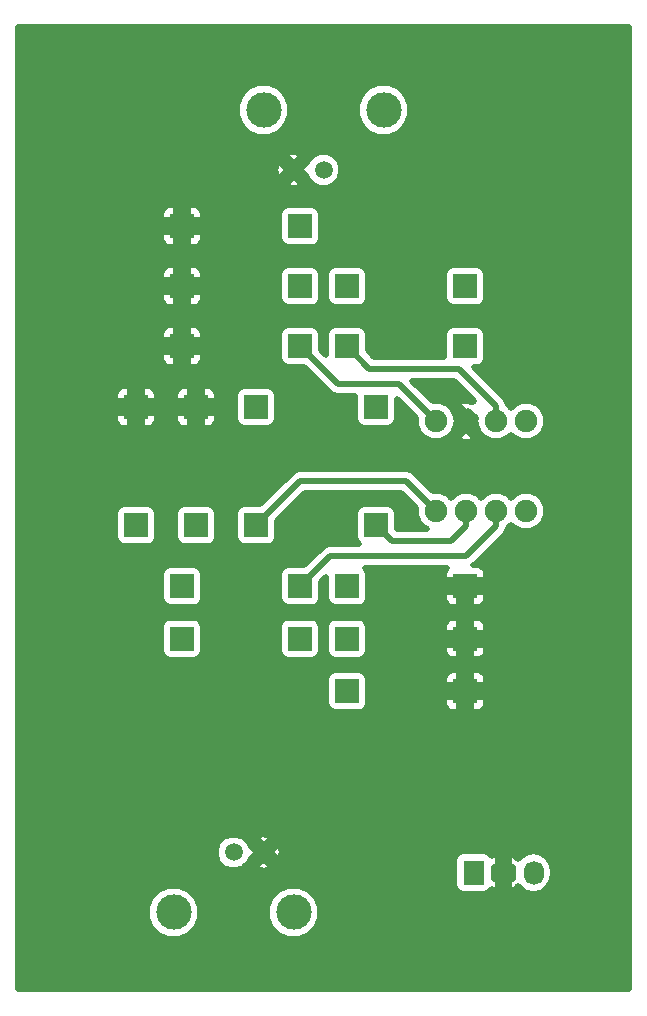
<source format=gbr>
G04 #@! TF.FileFunction,Copper,L2,Bot,Signal*
%FSLAX46Y46*%
G04 Gerber Fmt 4.6, Leading zero omitted, Abs format (unit mm)*
G04 Created by KiCad (PCBNEW 4.0.5) date Monday, July 31, 2017 'PMt' 03:21:26 PM*
%MOMM*%
%LPD*%
G01*
G04 APERTURE LIST*
%ADD10C,0.150000*%
%ADD11R,1.998980X1.998980*%
%ADD12R,1.727200X2.032000*%
%ADD13O,1.727200X2.032000*%
%ADD14C,1.905000*%
%ADD15C,3.000000*%
%ADD16C,1.500000*%
%ADD17C,0.600000*%
%ADD18C,0.508000*%
G04 APERTURE END LIST*
D10*
D11*
X137795000Y-88343740D03*
X137795000Y-98346260D03*
X160576260Y-103505000D03*
X150573740Y-103505000D03*
X160576260Y-107950000D03*
X150573740Y-107950000D03*
X160576260Y-112395000D03*
X150573740Y-112395000D03*
X136603740Y-83185000D03*
X146606260Y-83185000D03*
X136603740Y-78105000D03*
X146606260Y-78105000D03*
X136603740Y-73025000D03*
X146606260Y-73025000D03*
X160576260Y-78105000D03*
X150573740Y-78105000D03*
X146606260Y-107950000D03*
X136603740Y-107950000D03*
D12*
X161290000Y-127762000D03*
D13*
X163830000Y-127762000D03*
X166370000Y-127762000D03*
D11*
X153035000Y-98346260D03*
X153035000Y-88343740D03*
X142875000Y-98346260D03*
X142875000Y-88343740D03*
X132715000Y-98346260D03*
X132715000Y-88343740D03*
X160576260Y-83185000D03*
X150573740Y-83185000D03*
X146606260Y-103505000D03*
X136603740Y-103505000D03*
D14*
X165735000Y-89535000D03*
X163195000Y-89535000D03*
X160655000Y-89535000D03*
X158115000Y-89535000D03*
X158115000Y-97155000D03*
X160655000Y-97155000D03*
X163195000Y-97155000D03*
X165735000Y-97155000D03*
D15*
X143510000Y-63180000D03*
X153670000Y-63180000D03*
D16*
X148590000Y-68260000D03*
X146050000Y-68260000D03*
D15*
X146050000Y-131130000D03*
X135890000Y-131130000D03*
D16*
X140970000Y-126050000D03*
X143510000Y-126050000D03*
D17*
X147447000Y-88519000D03*
X147447000Y-85979000D03*
X147447000Y-87249000D03*
D18*
X149781260Y-86360000D02*
X146606260Y-83185000D01*
X158115000Y-89535000D02*
X154940000Y-86360000D01*
X154940000Y-86360000D02*
X149781260Y-86360000D01*
X158115000Y-97155000D02*
X155575000Y-94615000D01*
X155575000Y-94615000D02*
X146606260Y-94615000D01*
X146606260Y-94615000D02*
X142875000Y-98346260D01*
X163195000Y-89535000D02*
X163195000Y-88265000D01*
X152478740Y-85090000D02*
X150573740Y-83185000D01*
X160020000Y-85090000D02*
X152478740Y-85090000D01*
X163195000Y-88265000D02*
X160020000Y-85090000D01*
X163195000Y-97155000D02*
X163195000Y-98425000D01*
X149146260Y-100965000D02*
X146606260Y-103505000D01*
X160655000Y-100965000D02*
X149146260Y-100965000D01*
X163195000Y-98425000D02*
X160655000Y-100965000D01*
X160655000Y-97155000D02*
X160655000Y-98425000D01*
X154383740Y-99695000D02*
X153035000Y-98346260D01*
X159385000Y-99695000D02*
X154383740Y-99695000D01*
X160655000Y-98425000D02*
X159385000Y-99695000D01*
G36*
X174423000Y-137593000D02*
X122757000Y-137593000D01*
X122757000Y-131577966D01*
X133627608Y-131577966D01*
X133971252Y-132409646D01*
X134607007Y-133046512D01*
X135438086Y-133391606D01*
X136337966Y-133392392D01*
X137169646Y-133048748D01*
X137806512Y-132412993D01*
X138151606Y-131581914D01*
X138151609Y-131577966D01*
X143787608Y-131577966D01*
X144131252Y-132409646D01*
X144767007Y-133046512D01*
X145598086Y-133391606D01*
X146497966Y-133392392D01*
X147329646Y-133048748D01*
X147966512Y-132412993D01*
X148311606Y-131581914D01*
X148312392Y-130682034D01*
X147968748Y-129850354D01*
X147332993Y-129213488D01*
X146501914Y-128868394D01*
X145602034Y-128867608D01*
X144770354Y-129211252D01*
X144133488Y-129847007D01*
X143788394Y-130678086D01*
X143787608Y-131577966D01*
X138151609Y-131577966D01*
X138152392Y-130682034D01*
X137808748Y-129850354D01*
X137172993Y-129213488D01*
X136341914Y-128868394D01*
X135442034Y-128867608D01*
X134610354Y-129211252D01*
X133973488Y-129847007D01*
X133628394Y-130678086D01*
X133627608Y-131577966D01*
X122757000Y-131577966D01*
X122757000Y-126349436D01*
X139457738Y-126349436D01*
X139687441Y-126905360D01*
X140112402Y-127331064D01*
X140667925Y-127561737D01*
X141269436Y-127562262D01*
X141825360Y-127332559D01*
X141925076Y-127233017D01*
X142857313Y-127233017D01*
X142934456Y-127480156D01*
X143525564Y-127591543D01*
X144085544Y-127480156D01*
X144162687Y-127233017D01*
X143675670Y-126746000D01*
X159649472Y-126746000D01*
X159649472Y-128778000D01*
X159702605Y-129060380D01*
X159869492Y-129319729D01*
X160124131Y-129493717D01*
X160426400Y-129554928D01*
X162153600Y-129554928D01*
X162435980Y-129501795D01*
X162695329Y-129334908D01*
X162824234Y-129146251D01*
X163158352Y-129394760D01*
X163398200Y-129282998D01*
X163398200Y-128270000D01*
X163064000Y-128270000D01*
X163064000Y-127254000D01*
X163398200Y-127254000D01*
X163398200Y-126241002D01*
X164261800Y-126241002D01*
X164261800Y-127254000D01*
X164596000Y-127254000D01*
X164596000Y-128270000D01*
X164261800Y-128270000D01*
X164261800Y-129282998D01*
X164501648Y-129394760D01*
X164982060Y-129037441D01*
X165079455Y-128887576D01*
X165220527Y-129098706D01*
X165747910Y-129451092D01*
X166370000Y-129574833D01*
X166992090Y-129451092D01*
X167519473Y-129098706D01*
X167871859Y-128571323D01*
X167995600Y-127949233D01*
X167995600Y-127574767D01*
X167871859Y-126952677D01*
X167519473Y-126425294D01*
X166992090Y-126072908D01*
X166370000Y-125949167D01*
X165747910Y-126072908D01*
X165220527Y-126425294D01*
X165079455Y-126636424D01*
X164982060Y-126486559D01*
X164501648Y-126129240D01*
X164261800Y-126241002D01*
X163398200Y-126241002D01*
X163158352Y-126129240D01*
X162822817Y-126378803D01*
X162710508Y-126204271D01*
X162455869Y-126030283D01*
X162153600Y-125969072D01*
X160426400Y-125969072D01*
X160144020Y-126022205D01*
X159884671Y-126189092D01*
X159710683Y-126443731D01*
X159649472Y-126746000D01*
X143675670Y-126746000D01*
X143510000Y-126580330D01*
X142857313Y-127233017D01*
X141925076Y-127233017D01*
X142251064Y-126907598D01*
X142342660Y-126687010D01*
X142979670Y-126050000D01*
X144040330Y-126050000D01*
X144693017Y-126702687D01*
X144940156Y-126625544D01*
X145051543Y-126034436D01*
X144940156Y-125474456D01*
X144693017Y-125397313D01*
X144040330Y-126050000D01*
X142979670Y-126050000D01*
X142342863Y-125413193D01*
X142252559Y-125194640D01*
X141925474Y-124866983D01*
X142857313Y-124866983D01*
X143510000Y-125519670D01*
X144162687Y-124866983D01*
X144085544Y-124619844D01*
X143494436Y-124508457D01*
X142934456Y-124619844D01*
X142857313Y-124866983D01*
X141925474Y-124866983D01*
X141827598Y-124768936D01*
X141272075Y-124538263D01*
X140670564Y-124537738D01*
X140114640Y-124767441D01*
X139688936Y-125192402D01*
X139458263Y-125747925D01*
X139457738Y-126349436D01*
X122757000Y-126349436D01*
X122757000Y-111395510D01*
X148797322Y-111395510D01*
X148797322Y-113394490D01*
X148850455Y-113676870D01*
X149017342Y-113936219D01*
X149271981Y-114110207D01*
X149574250Y-114171418D01*
X151573230Y-114171418D01*
X151855610Y-114118285D01*
X152114959Y-113951398D01*
X152288947Y-113696759D01*
X152350158Y-113394490D01*
X152350158Y-113085245D01*
X158814770Y-113085245D01*
X158814770Y-113546061D01*
X158930778Y-113826128D01*
X159145132Y-114040482D01*
X159425199Y-114156490D01*
X159886015Y-114156490D01*
X160076515Y-113965990D01*
X160076515Y-112894745D01*
X161076005Y-112894745D01*
X161076005Y-113965990D01*
X161266505Y-114156490D01*
X161727321Y-114156490D01*
X162007388Y-114040482D01*
X162221742Y-113826128D01*
X162337750Y-113546061D01*
X162337750Y-113085245D01*
X162147250Y-112894745D01*
X161076005Y-112894745D01*
X160076515Y-112894745D01*
X159005270Y-112894745D01*
X158814770Y-113085245D01*
X152350158Y-113085245D01*
X152350158Y-111395510D01*
X152321639Y-111243939D01*
X158814770Y-111243939D01*
X158814770Y-111704755D01*
X159005270Y-111895255D01*
X160076515Y-111895255D01*
X160076515Y-110824010D01*
X161076005Y-110824010D01*
X161076005Y-111895255D01*
X162147250Y-111895255D01*
X162337750Y-111704755D01*
X162337750Y-111243939D01*
X162221742Y-110963872D01*
X162007388Y-110749518D01*
X161727321Y-110633510D01*
X161266505Y-110633510D01*
X161076005Y-110824010D01*
X160076515Y-110824010D01*
X159886015Y-110633510D01*
X159425199Y-110633510D01*
X159145132Y-110749518D01*
X158930778Y-110963872D01*
X158814770Y-111243939D01*
X152321639Y-111243939D01*
X152297025Y-111113130D01*
X152130138Y-110853781D01*
X151875499Y-110679793D01*
X151573230Y-110618582D01*
X149574250Y-110618582D01*
X149291870Y-110671715D01*
X149032521Y-110838602D01*
X148858533Y-111093241D01*
X148797322Y-111395510D01*
X122757000Y-111395510D01*
X122757000Y-106950510D01*
X134827322Y-106950510D01*
X134827322Y-108949490D01*
X134880455Y-109231870D01*
X135047342Y-109491219D01*
X135301981Y-109665207D01*
X135604250Y-109726418D01*
X137603230Y-109726418D01*
X137885610Y-109673285D01*
X138144959Y-109506398D01*
X138318947Y-109251759D01*
X138380158Y-108949490D01*
X138380158Y-106950510D01*
X144829842Y-106950510D01*
X144829842Y-108949490D01*
X144882975Y-109231870D01*
X145049862Y-109491219D01*
X145304501Y-109665207D01*
X145606770Y-109726418D01*
X147605750Y-109726418D01*
X147888130Y-109673285D01*
X148147479Y-109506398D01*
X148321467Y-109251759D01*
X148382678Y-108949490D01*
X148382678Y-106950510D01*
X148797322Y-106950510D01*
X148797322Y-108949490D01*
X148850455Y-109231870D01*
X149017342Y-109491219D01*
X149271981Y-109665207D01*
X149574250Y-109726418D01*
X151573230Y-109726418D01*
X151855610Y-109673285D01*
X152114959Y-109506398D01*
X152288947Y-109251759D01*
X152350158Y-108949490D01*
X152350158Y-108640245D01*
X158814770Y-108640245D01*
X158814770Y-109101061D01*
X158930778Y-109381128D01*
X159145132Y-109595482D01*
X159425199Y-109711490D01*
X159886015Y-109711490D01*
X160076515Y-109520990D01*
X160076515Y-108449745D01*
X161076005Y-108449745D01*
X161076005Y-109520990D01*
X161266505Y-109711490D01*
X161727321Y-109711490D01*
X162007388Y-109595482D01*
X162221742Y-109381128D01*
X162337750Y-109101061D01*
X162337750Y-108640245D01*
X162147250Y-108449745D01*
X161076005Y-108449745D01*
X160076515Y-108449745D01*
X159005270Y-108449745D01*
X158814770Y-108640245D01*
X152350158Y-108640245D01*
X152350158Y-106950510D01*
X152321639Y-106798939D01*
X158814770Y-106798939D01*
X158814770Y-107259755D01*
X159005270Y-107450255D01*
X160076515Y-107450255D01*
X160076515Y-106379010D01*
X161076005Y-106379010D01*
X161076005Y-107450255D01*
X162147250Y-107450255D01*
X162337750Y-107259755D01*
X162337750Y-106798939D01*
X162221742Y-106518872D01*
X162007388Y-106304518D01*
X161727321Y-106188510D01*
X161266505Y-106188510D01*
X161076005Y-106379010D01*
X160076515Y-106379010D01*
X159886015Y-106188510D01*
X159425199Y-106188510D01*
X159145132Y-106304518D01*
X158930778Y-106518872D01*
X158814770Y-106798939D01*
X152321639Y-106798939D01*
X152297025Y-106668130D01*
X152130138Y-106408781D01*
X151875499Y-106234793D01*
X151573230Y-106173582D01*
X149574250Y-106173582D01*
X149291870Y-106226715D01*
X149032521Y-106393602D01*
X148858533Y-106648241D01*
X148797322Y-106950510D01*
X148382678Y-106950510D01*
X148329545Y-106668130D01*
X148162658Y-106408781D01*
X147908019Y-106234793D01*
X147605750Y-106173582D01*
X145606770Y-106173582D01*
X145324390Y-106226715D01*
X145065041Y-106393602D01*
X144891053Y-106648241D01*
X144829842Y-106950510D01*
X138380158Y-106950510D01*
X138327025Y-106668130D01*
X138160138Y-106408781D01*
X137905499Y-106234793D01*
X137603230Y-106173582D01*
X135604250Y-106173582D01*
X135321870Y-106226715D01*
X135062521Y-106393602D01*
X134888533Y-106648241D01*
X134827322Y-106950510D01*
X122757000Y-106950510D01*
X122757000Y-102505510D01*
X134827322Y-102505510D01*
X134827322Y-104504490D01*
X134880455Y-104786870D01*
X135047342Y-105046219D01*
X135301981Y-105220207D01*
X135604250Y-105281418D01*
X137603230Y-105281418D01*
X137885610Y-105228285D01*
X138144959Y-105061398D01*
X138318947Y-104806759D01*
X138380158Y-104504490D01*
X138380158Y-102505510D01*
X138327025Y-102223130D01*
X138160138Y-101963781D01*
X137905499Y-101789793D01*
X137603230Y-101728582D01*
X135604250Y-101728582D01*
X135321870Y-101781715D01*
X135062521Y-101948602D01*
X134888533Y-102203241D01*
X134827322Y-102505510D01*
X122757000Y-102505510D01*
X122757000Y-97346770D01*
X130938582Y-97346770D01*
X130938582Y-99345750D01*
X130991715Y-99628130D01*
X131158602Y-99887479D01*
X131413241Y-100061467D01*
X131715510Y-100122678D01*
X133714490Y-100122678D01*
X133996870Y-100069545D01*
X134256219Y-99902658D01*
X134430207Y-99648019D01*
X134491418Y-99345750D01*
X134491418Y-97346770D01*
X136018582Y-97346770D01*
X136018582Y-99345750D01*
X136071715Y-99628130D01*
X136238602Y-99887479D01*
X136493241Y-100061467D01*
X136795510Y-100122678D01*
X138794490Y-100122678D01*
X139076870Y-100069545D01*
X139336219Y-99902658D01*
X139510207Y-99648019D01*
X139571418Y-99345750D01*
X139571418Y-97346770D01*
X141098582Y-97346770D01*
X141098582Y-99345750D01*
X141151715Y-99628130D01*
X141318602Y-99887479D01*
X141573241Y-100061467D01*
X141875510Y-100122678D01*
X143874490Y-100122678D01*
X144156870Y-100069545D01*
X144416219Y-99902658D01*
X144590207Y-99648019D01*
X144651418Y-99345750D01*
X144651418Y-98006682D01*
X147027101Y-95631000D01*
X155154160Y-95631000D01*
X156400741Y-96877582D01*
X156400203Y-97494539D01*
X156660670Y-98124917D01*
X157142546Y-98607635D01*
X157314412Y-98679000D01*
X154811418Y-98679000D01*
X154811418Y-97346770D01*
X154758285Y-97064390D01*
X154591398Y-96805041D01*
X154336759Y-96631053D01*
X154034490Y-96569842D01*
X152035510Y-96569842D01*
X151753130Y-96622975D01*
X151493781Y-96789862D01*
X151319793Y-97044501D01*
X151258582Y-97346770D01*
X151258582Y-99345750D01*
X151311715Y-99628130D01*
X151478602Y-99887479D01*
X151568641Y-99949000D01*
X149146260Y-99949000D01*
X148757454Y-100026338D01*
X148671446Y-100083807D01*
X148427839Y-100246580D01*
X146945838Y-101728582D01*
X145606770Y-101728582D01*
X145324390Y-101781715D01*
X145065041Y-101948602D01*
X144891053Y-102203241D01*
X144829842Y-102505510D01*
X144829842Y-104504490D01*
X144882975Y-104786870D01*
X145049862Y-105046219D01*
X145304501Y-105220207D01*
X145606770Y-105281418D01*
X147605750Y-105281418D01*
X147888130Y-105228285D01*
X148147479Y-105061398D01*
X148321467Y-104806759D01*
X148382678Y-104504490D01*
X148382678Y-103165422D01*
X148797322Y-102750779D01*
X148797322Y-104504490D01*
X148850455Y-104786870D01*
X149017342Y-105046219D01*
X149271981Y-105220207D01*
X149574250Y-105281418D01*
X151573230Y-105281418D01*
X151855610Y-105228285D01*
X152114959Y-105061398D01*
X152288947Y-104806759D01*
X152350158Y-104504490D01*
X152350158Y-104195245D01*
X158814770Y-104195245D01*
X158814770Y-104656061D01*
X158930778Y-104936128D01*
X159145132Y-105150482D01*
X159425199Y-105266490D01*
X159886015Y-105266490D01*
X160076515Y-105075990D01*
X160076515Y-104004745D01*
X161076005Y-104004745D01*
X161076005Y-105075990D01*
X161266505Y-105266490D01*
X161727321Y-105266490D01*
X162007388Y-105150482D01*
X162221742Y-104936128D01*
X162337750Y-104656061D01*
X162337750Y-104195245D01*
X162147250Y-104004745D01*
X161076005Y-104004745D01*
X160076515Y-104004745D01*
X159005270Y-104004745D01*
X158814770Y-104195245D01*
X152350158Y-104195245D01*
X152350158Y-102505510D01*
X152297025Y-102223130D01*
X152141218Y-101981000D01*
X159023650Y-101981000D01*
X158930778Y-102073872D01*
X158814770Y-102353939D01*
X158814770Y-102814755D01*
X159005270Y-103005255D01*
X160076515Y-103005255D01*
X160076515Y-102739000D01*
X161076005Y-102739000D01*
X161076005Y-103005255D01*
X162147250Y-103005255D01*
X162337750Y-102814755D01*
X162337750Y-102353939D01*
X162221742Y-102073872D01*
X162007388Y-101859518D01*
X161727321Y-101743510D01*
X161283490Y-101743510D01*
X161373420Y-101683420D01*
X163913420Y-99143421D01*
X164133661Y-98813807D01*
X164133662Y-98813806D01*
X164176668Y-98597600D01*
X164465101Y-98309670D01*
X164762546Y-98607635D01*
X165392469Y-98869202D01*
X166074539Y-98869797D01*
X166704917Y-98609330D01*
X167187635Y-98127454D01*
X167449202Y-97497531D01*
X167449797Y-96815461D01*
X167189330Y-96185083D01*
X166707454Y-95702365D01*
X166077531Y-95440798D01*
X165395461Y-95440203D01*
X164765083Y-95700670D01*
X164464899Y-96000330D01*
X164167454Y-95702365D01*
X163537531Y-95440798D01*
X162855461Y-95440203D01*
X162225083Y-95700670D01*
X161924899Y-96000330D01*
X161627454Y-95702365D01*
X160997531Y-95440798D01*
X160315461Y-95440203D01*
X159685083Y-95700670D01*
X159384899Y-96000330D01*
X159087454Y-95702365D01*
X158457531Y-95440798D01*
X157837097Y-95440257D01*
X156293420Y-93896580D01*
X155963807Y-93676338D01*
X155899300Y-93663507D01*
X155575000Y-93599000D01*
X146606260Y-93599000D01*
X146217454Y-93676338D01*
X146217452Y-93676339D01*
X146217453Y-93676339D01*
X145887839Y-93896580D01*
X143214578Y-96569842D01*
X141875510Y-96569842D01*
X141593130Y-96622975D01*
X141333781Y-96789862D01*
X141159793Y-97044501D01*
X141098582Y-97346770D01*
X139571418Y-97346770D01*
X139518285Y-97064390D01*
X139351398Y-96805041D01*
X139096759Y-96631053D01*
X138794490Y-96569842D01*
X136795510Y-96569842D01*
X136513130Y-96622975D01*
X136253781Y-96789862D01*
X136079793Y-97044501D01*
X136018582Y-97346770D01*
X134491418Y-97346770D01*
X134438285Y-97064390D01*
X134271398Y-96805041D01*
X134016759Y-96631053D01*
X133714490Y-96569842D01*
X131715510Y-96569842D01*
X131433130Y-96622975D01*
X131173781Y-96789862D01*
X130999793Y-97044501D01*
X130938582Y-97346770D01*
X122757000Y-97346770D01*
X122757000Y-89033985D01*
X130953510Y-89033985D01*
X130953510Y-89494801D01*
X131069518Y-89774868D01*
X131283872Y-89989222D01*
X131563939Y-90105230D01*
X132024755Y-90105230D01*
X132215255Y-89914730D01*
X132215255Y-88843485D01*
X133214745Y-88843485D01*
X133214745Y-89914730D01*
X133405245Y-90105230D01*
X133866061Y-90105230D01*
X134146128Y-89989222D01*
X134360482Y-89774868D01*
X134476490Y-89494801D01*
X134476490Y-89033985D01*
X136033510Y-89033985D01*
X136033510Y-89494801D01*
X136149518Y-89774868D01*
X136363872Y-89989222D01*
X136643939Y-90105230D01*
X137104755Y-90105230D01*
X137295255Y-89914730D01*
X137295255Y-88843485D01*
X138294745Y-88843485D01*
X138294745Y-89914730D01*
X138485245Y-90105230D01*
X138946061Y-90105230D01*
X139226128Y-89989222D01*
X139440482Y-89774868D01*
X139556490Y-89494801D01*
X139556490Y-89033985D01*
X139365990Y-88843485D01*
X138294745Y-88843485D01*
X137295255Y-88843485D01*
X136224010Y-88843485D01*
X136033510Y-89033985D01*
X134476490Y-89033985D01*
X134285990Y-88843485D01*
X133214745Y-88843485D01*
X132215255Y-88843485D01*
X131144010Y-88843485D01*
X130953510Y-89033985D01*
X122757000Y-89033985D01*
X122757000Y-87192679D01*
X130953510Y-87192679D01*
X130953510Y-87653495D01*
X131144010Y-87843995D01*
X132215255Y-87843995D01*
X132215255Y-86772750D01*
X133214745Y-86772750D01*
X133214745Y-87843995D01*
X134285990Y-87843995D01*
X134476490Y-87653495D01*
X134476490Y-87192679D01*
X136033510Y-87192679D01*
X136033510Y-87653495D01*
X136224010Y-87843995D01*
X137295255Y-87843995D01*
X137295255Y-86772750D01*
X138294745Y-86772750D01*
X138294745Y-87843995D01*
X139365990Y-87843995D01*
X139556490Y-87653495D01*
X139556490Y-87344250D01*
X141098582Y-87344250D01*
X141098582Y-89343230D01*
X141151715Y-89625610D01*
X141318602Y-89884959D01*
X141573241Y-90058947D01*
X141875510Y-90120158D01*
X143874490Y-90120158D01*
X144156870Y-90067025D01*
X144416219Y-89900138D01*
X144590207Y-89645499D01*
X144651418Y-89343230D01*
X144651418Y-87344250D01*
X144598285Y-87061870D01*
X144431398Y-86802521D01*
X144176759Y-86628533D01*
X143874490Y-86567322D01*
X141875510Y-86567322D01*
X141593130Y-86620455D01*
X141333781Y-86787342D01*
X141159793Y-87041981D01*
X141098582Y-87344250D01*
X139556490Y-87344250D01*
X139556490Y-87192679D01*
X139440482Y-86912612D01*
X139226128Y-86698258D01*
X138946061Y-86582250D01*
X138485245Y-86582250D01*
X138294745Y-86772750D01*
X137295255Y-86772750D01*
X137104755Y-86582250D01*
X136643939Y-86582250D01*
X136363872Y-86698258D01*
X136149518Y-86912612D01*
X136033510Y-87192679D01*
X134476490Y-87192679D01*
X134360482Y-86912612D01*
X134146128Y-86698258D01*
X133866061Y-86582250D01*
X133405245Y-86582250D01*
X133214745Y-86772750D01*
X132215255Y-86772750D01*
X132024755Y-86582250D01*
X131563939Y-86582250D01*
X131283872Y-86698258D01*
X131069518Y-86912612D01*
X130953510Y-87192679D01*
X122757000Y-87192679D01*
X122757000Y-83875245D01*
X134842250Y-83875245D01*
X134842250Y-84336061D01*
X134958258Y-84616128D01*
X135172612Y-84830482D01*
X135452679Y-84946490D01*
X135913495Y-84946490D01*
X136103995Y-84755990D01*
X136103995Y-83684745D01*
X137103485Y-83684745D01*
X137103485Y-84755990D01*
X137293985Y-84946490D01*
X137754801Y-84946490D01*
X138034868Y-84830482D01*
X138249222Y-84616128D01*
X138365230Y-84336061D01*
X138365230Y-83875245D01*
X138174730Y-83684745D01*
X137103485Y-83684745D01*
X136103995Y-83684745D01*
X135032750Y-83684745D01*
X134842250Y-83875245D01*
X122757000Y-83875245D01*
X122757000Y-82033939D01*
X134842250Y-82033939D01*
X134842250Y-82494755D01*
X135032750Y-82685255D01*
X136103995Y-82685255D01*
X136103995Y-81614010D01*
X137103485Y-81614010D01*
X137103485Y-82685255D01*
X138174730Y-82685255D01*
X138365230Y-82494755D01*
X138365230Y-82185510D01*
X144829842Y-82185510D01*
X144829842Y-84184490D01*
X144882975Y-84466870D01*
X145049862Y-84726219D01*
X145304501Y-84900207D01*
X145606770Y-84961418D01*
X146945838Y-84961418D01*
X149062839Y-87078420D01*
X149392453Y-87298662D01*
X149456960Y-87311493D01*
X149781260Y-87376000D01*
X151258582Y-87376000D01*
X151258582Y-89343230D01*
X151311715Y-89625610D01*
X151478602Y-89884959D01*
X151733241Y-90058947D01*
X152035510Y-90120158D01*
X154034490Y-90120158D01*
X154316870Y-90067025D01*
X154576219Y-89900138D01*
X154750207Y-89645499D01*
X154811418Y-89343230D01*
X154811418Y-87668258D01*
X156400741Y-89257582D01*
X156400203Y-89874539D01*
X156660670Y-90504917D01*
X157142546Y-90987635D01*
X157772469Y-91249202D01*
X158454539Y-91249797D01*
X159084917Y-90989330D01*
X159153973Y-90920394D01*
X159943125Y-90920394D01*
X160051662Y-91175669D01*
X160725445Y-91281668D01*
X161258338Y-91175669D01*
X161366875Y-90920394D01*
X160655000Y-90208519D01*
X159943125Y-90920394D01*
X159153973Y-90920394D01*
X159567635Y-90507454D01*
X159829202Y-89877531D01*
X159829368Y-89687113D01*
X159981481Y-89535000D01*
X159829633Y-89383152D01*
X159829797Y-89195461D01*
X159569330Y-88565083D01*
X159087454Y-88082365D01*
X158457531Y-87820798D01*
X157837097Y-87820257D01*
X156122840Y-86106000D01*
X159599160Y-86106000D01*
X161314077Y-87820917D01*
X161243066Y-87891928D01*
X160584555Y-87788332D01*
X160051662Y-87894331D01*
X159943125Y-88149606D01*
X160655000Y-88861481D01*
X160859885Y-88656597D01*
X161480724Y-89277436D01*
X161480632Y-89382887D01*
X161328519Y-89535000D01*
X161480367Y-89686848D01*
X161480203Y-89874539D01*
X161740670Y-90504917D01*
X162222546Y-90987635D01*
X162852469Y-91249202D01*
X163534539Y-91249797D01*
X164164917Y-90989330D01*
X164465101Y-90689670D01*
X164762546Y-90987635D01*
X165392469Y-91249202D01*
X166074539Y-91249797D01*
X166704917Y-90989330D01*
X167187635Y-90507454D01*
X167449202Y-89877531D01*
X167449797Y-89195461D01*
X167189330Y-88565083D01*
X166707454Y-88082365D01*
X166077531Y-87820798D01*
X165395461Y-87820203D01*
X164765083Y-88080670D01*
X164464899Y-88380330D01*
X164176468Y-88091395D01*
X164133662Y-87876194D01*
X164133662Y-87876193D01*
X163913420Y-87546579D01*
X161328258Y-84961418D01*
X161575750Y-84961418D01*
X161858130Y-84908285D01*
X162117479Y-84741398D01*
X162291467Y-84486759D01*
X162352678Y-84184490D01*
X162352678Y-82185510D01*
X162299545Y-81903130D01*
X162132658Y-81643781D01*
X161878019Y-81469793D01*
X161575750Y-81408582D01*
X159576770Y-81408582D01*
X159294390Y-81461715D01*
X159035041Y-81628602D01*
X158861053Y-81883241D01*
X158799842Y-82185510D01*
X158799842Y-84074000D01*
X152899581Y-84074000D01*
X152350158Y-83524577D01*
X152350158Y-82185510D01*
X152297025Y-81903130D01*
X152130138Y-81643781D01*
X151875499Y-81469793D01*
X151573230Y-81408582D01*
X149574250Y-81408582D01*
X149291870Y-81461715D01*
X149032521Y-81628602D01*
X148858533Y-81883241D01*
X148797322Y-82185510D01*
X148797322Y-83939222D01*
X148382678Y-83524578D01*
X148382678Y-82185510D01*
X148329545Y-81903130D01*
X148162658Y-81643781D01*
X147908019Y-81469793D01*
X147605750Y-81408582D01*
X145606770Y-81408582D01*
X145324390Y-81461715D01*
X145065041Y-81628602D01*
X144891053Y-81883241D01*
X144829842Y-82185510D01*
X138365230Y-82185510D01*
X138365230Y-82033939D01*
X138249222Y-81753872D01*
X138034868Y-81539518D01*
X137754801Y-81423510D01*
X137293985Y-81423510D01*
X137103485Y-81614010D01*
X136103995Y-81614010D01*
X135913495Y-81423510D01*
X135452679Y-81423510D01*
X135172612Y-81539518D01*
X134958258Y-81753872D01*
X134842250Y-82033939D01*
X122757000Y-82033939D01*
X122757000Y-78795245D01*
X134842250Y-78795245D01*
X134842250Y-79256061D01*
X134958258Y-79536128D01*
X135172612Y-79750482D01*
X135452679Y-79866490D01*
X135913495Y-79866490D01*
X136103995Y-79675990D01*
X136103995Y-78604745D01*
X137103485Y-78604745D01*
X137103485Y-79675990D01*
X137293985Y-79866490D01*
X137754801Y-79866490D01*
X138034868Y-79750482D01*
X138249222Y-79536128D01*
X138365230Y-79256061D01*
X138365230Y-78795245D01*
X138174730Y-78604745D01*
X137103485Y-78604745D01*
X136103995Y-78604745D01*
X135032750Y-78604745D01*
X134842250Y-78795245D01*
X122757000Y-78795245D01*
X122757000Y-76953939D01*
X134842250Y-76953939D01*
X134842250Y-77414755D01*
X135032750Y-77605255D01*
X136103995Y-77605255D01*
X136103995Y-76534010D01*
X137103485Y-76534010D01*
X137103485Y-77605255D01*
X138174730Y-77605255D01*
X138365230Y-77414755D01*
X138365230Y-77105510D01*
X144829842Y-77105510D01*
X144829842Y-79104490D01*
X144882975Y-79386870D01*
X145049862Y-79646219D01*
X145304501Y-79820207D01*
X145606770Y-79881418D01*
X147605750Y-79881418D01*
X147888130Y-79828285D01*
X148147479Y-79661398D01*
X148321467Y-79406759D01*
X148382678Y-79104490D01*
X148382678Y-77105510D01*
X148797322Y-77105510D01*
X148797322Y-79104490D01*
X148850455Y-79386870D01*
X149017342Y-79646219D01*
X149271981Y-79820207D01*
X149574250Y-79881418D01*
X151573230Y-79881418D01*
X151855610Y-79828285D01*
X152114959Y-79661398D01*
X152288947Y-79406759D01*
X152350158Y-79104490D01*
X152350158Y-77105510D01*
X158799842Y-77105510D01*
X158799842Y-79104490D01*
X158852975Y-79386870D01*
X159019862Y-79646219D01*
X159274501Y-79820207D01*
X159576770Y-79881418D01*
X161575750Y-79881418D01*
X161858130Y-79828285D01*
X162117479Y-79661398D01*
X162291467Y-79406759D01*
X162352678Y-79104490D01*
X162352678Y-77105510D01*
X162299545Y-76823130D01*
X162132658Y-76563781D01*
X161878019Y-76389793D01*
X161575750Y-76328582D01*
X159576770Y-76328582D01*
X159294390Y-76381715D01*
X159035041Y-76548602D01*
X158861053Y-76803241D01*
X158799842Y-77105510D01*
X152350158Y-77105510D01*
X152297025Y-76823130D01*
X152130138Y-76563781D01*
X151875499Y-76389793D01*
X151573230Y-76328582D01*
X149574250Y-76328582D01*
X149291870Y-76381715D01*
X149032521Y-76548602D01*
X148858533Y-76803241D01*
X148797322Y-77105510D01*
X148382678Y-77105510D01*
X148329545Y-76823130D01*
X148162658Y-76563781D01*
X147908019Y-76389793D01*
X147605750Y-76328582D01*
X145606770Y-76328582D01*
X145324390Y-76381715D01*
X145065041Y-76548602D01*
X144891053Y-76803241D01*
X144829842Y-77105510D01*
X138365230Y-77105510D01*
X138365230Y-76953939D01*
X138249222Y-76673872D01*
X138034868Y-76459518D01*
X137754801Y-76343510D01*
X137293985Y-76343510D01*
X137103485Y-76534010D01*
X136103995Y-76534010D01*
X135913495Y-76343510D01*
X135452679Y-76343510D01*
X135172612Y-76459518D01*
X134958258Y-76673872D01*
X134842250Y-76953939D01*
X122757000Y-76953939D01*
X122757000Y-73715245D01*
X134842250Y-73715245D01*
X134842250Y-74176061D01*
X134958258Y-74456128D01*
X135172612Y-74670482D01*
X135452679Y-74786490D01*
X135913495Y-74786490D01*
X136103995Y-74595990D01*
X136103995Y-73524745D01*
X137103485Y-73524745D01*
X137103485Y-74595990D01*
X137293985Y-74786490D01*
X137754801Y-74786490D01*
X138034868Y-74670482D01*
X138249222Y-74456128D01*
X138365230Y-74176061D01*
X138365230Y-73715245D01*
X138174730Y-73524745D01*
X137103485Y-73524745D01*
X136103995Y-73524745D01*
X135032750Y-73524745D01*
X134842250Y-73715245D01*
X122757000Y-73715245D01*
X122757000Y-71873939D01*
X134842250Y-71873939D01*
X134842250Y-72334755D01*
X135032750Y-72525255D01*
X136103995Y-72525255D01*
X136103995Y-71454010D01*
X137103485Y-71454010D01*
X137103485Y-72525255D01*
X138174730Y-72525255D01*
X138365230Y-72334755D01*
X138365230Y-72025510D01*
X144829842Y-72025510D01*
X144829842Y-74024490D01*
X144882975Y-74306870D01*
X145049862Y-74566219D01*
X145304501Y-74740207D01*
X145606770Y-74801418D01*
X147605750Y-74801418D01*
X147888130Y-74748285D01*
X148147479Y-74581398D01*
X148321467Y-74326759D01*
X148382678Y-74024490D01*
X148382678Y-72025510D01*
X148329545Y-71743130D01*
X148162658Y-71483781D01*
X147908019Y-71309793D01*
X147605750Y-71248582D01*
X145606770Y-71248582D01*
X145324390Y-71301715D01*
X145065041Y-71468602D01*
X144891053Y-71723241D01*
X144829842Y-72025510D01*
X138365230Y-72025510D01*
X138365230Y-71873939D01*
X138249222Y-71593872D01*
X138034868Y-71379518D01*
X137754801Y-71263510D01*
X137293985Y-71263510D01*
X137103485Y-71454010D01*
X136103995Y-71454010D01*
X135913495Y-71263510D01*
X135452679Y-71263510D01*
X135172612Y-71379518D01*
X134958258Y-71593872D01*
X134842250Y-71873939D01*
X122757000Y-71873939D01*
X122757000Y-69443017D01*
X145397313Y-69443017D01*
X145474456Y-69690156D01*
X146065564Y-69801543D01*
X146625544Y-69690156D01*
X146702687Y-69443017D01*
X146050000Y-68790330D01*
X145397313Y-69443017D01*
X122757000Y-69443017D01*
X122757000Y-68275564D01*
X144508457Y-68275564D01*
X144619844Y-68835544D01*
X144866983Y-68912687D01*
X145519670Y-68260000D01*
X146580330Y-68260000D01*
X147217137Y-68896807D01*
X147307441Y-69115360D01*
X147732402Y-69541064D01*
X148287925Y-69771737D01*
X148889436Y-69772262D01*
X149445360Y-69542559D01*
X149871064Y-69117598D01*
X150101737Y-68562075D01*
X150102262Y-67960564D01*
X149872559Y-67404640D01*
X149447598Y-66978936D01*
X148892075Y-66748263D01*
X148290564Y-66747738D01*
X147734640Y-66977441D01*
X147308936Y-67402402D01*
X147217340Y-67622990D01*
X146580330Y-68260000D01*
X145519670Y-68260000D01*
X144866983Y-67607313D01*
X144619844Y-67684456D01*
X144508457Y-68275564D01*
X122757000Y-68275564D01*
X122757000Y-67076983D01*
X145397313Y-67076983D01*
X146050000Y-67729670D01*
X146702687Y-67076983D01*
X146625544Y-66829844D01*
X146034436Y-66718457D01*
X145474456Y-66829844D01*
X145397313Y-67076983D01*
X122757000Y-67076983D01*
X122757000Y-63627966D01*
X141247608Y-63627966D01*
X141591252Y-64459646D01*
X142227007Y-65096512D01*
X143058086Y-65441606D01*
X143957966Y-65442392D01*
X144789646Y-65098748D01*
X145426512Y-64462993D01*
X145771606Y-63631914D01*
X145771609Y-63627966D01*
X151407608Y-63627966D01*
X151751252Y-64459646D01*
X152387007Y-65096512D01*
X153218086Y-65441606D01*
X154117966Y-65442392D01*
X154949646Y-65098748D01*
X155586512Y-64462993D01*
X155931606Y-63631914D01*
X155932392Y-62732034D01*
X155588748Y-61900354D01*
X154952993Y-61263488D01*
X154121914Y-60918394D01*
X153222034Y-60917608D01*
X152390354Y-61261252D01*
X151753488Y-61897007D01*
X151408394Y-62728086D01*
X151407608Y-63627966D01*
X145771609Y-63627966D01*
X145772392Y-62732034D01*
X145428748Y-61900354D01*
X144792993Y-61263488D01*
X143961914Y-60918394D01*
X143062034Y-60917608D01*
X142230354Y-61261252D01*
X141593488Y-61897007D01*
X141248394Y-62728086D01*
X141247608Y-63627966D01*
X122757000Y-63627966D01*
X122757000Y-56134000D01*
X174423000Y-56134000D01*
X174423000Y-137593000D01*
X174423000Y-137593000D01*
G37*
X174423000Y-137593000D02*
X122757000Y-137593000D01*
X122757000Y-131577966D01*
X133627608Y-131577966D01*
X133971252Y-132409646D01*
X134607007Y-133046512D01*
X135438086Y-133391606D01*
X136337966Y-133392392D01*
X137169646Y-133048748D01*
X137806512Y-132412993D01*
X138151606Y-131581914D01*
X138151609Y-131577966D01*
X143787608Y-131577966D01*
X144131252Y-132409646D01*
X144767007Y-133046512D01*
X145598086Y-133391606D01*
X146497966Y-133392392D01*
X147329646Y-133048748D01*
X147966512Y-132412993D01*
X148311606Y-131581914D01*
X148312392Y-130682034D01*
X147968748Y-129850354D01*
X147332993Y-129213488D01*
X146501914Y-128868394D01*
X145602034Y-128867608D01*
X144770354Y-129211252D01*
X144133488Y-129847007D01*
X143788394Y-130678086D01*
X143787608Y-131577966D01*
X138151609Y-131577966D01*
X138152392Y-130682034D01*
X137808748Y-129850354D01*
X137172993Y-129213488D01*
X136341914Y-128868394D01*
X135442034Y-128867608D01*
X134610354Y-129211252D01*
X133973488Y-129847007D01*
X133628394Y-130678086D01*
X133627608Y-131577966D01*
X122757000Y-131577966D01*
X122757000Y-126349436D01*
X139457738Y-126349436D01*
X139687441Y-126905360D01*
X140112402Y-127331064D01*
X140667925Y-127561737D01*
X141269436Y-127562262D01*
X141825360Y-127332559D01*
X141925076Y-127233017D01*
X142857313Y-127233017D01*
X142934456Y-127480156D01*
X143525564Y-127591543D01*
X144085544Y-127480156D01*
X144162687Y-127233017D01*
X143675670Y-126746000D01*
X159649472Y-126746000D01*
X159649472Y-128778000D01*
X159702605Y-129060380D01*
X159869492Y-129319729D01*
X160124131Y-129493717D01*
X160426400Y-129554928D01*
X162153600Y-129554928D01*
X162435980Y-129501795D01*
X162695329Y-129334908D01*
X162824234Y-129146251D01*
X163158352Y-129394760D01*
X163398200Y-129282998D01*
X163398200Y-128270000D01*
X163064000Y-128270000D01*
X163064000Y-127254000D01*
X163398200Y-127254000D01*
X163398200Y-126241002D01*
X164261800Y-126241002D01*
X164261800Y-127254000D01*
X164596000Y-127254000D01*
X164596000Y-128270000D01*
X164261800Y-128270000D01*
X164261800Y-129282998D01*
X164501648Y-129394760D01*
X164982060Y-129037441D01*
X165079455Y-128887576D01*
X165220527Y-129098706D01*
X165747910Y-129451092D01*
X166370000Y-129574833D01*
X166992090Y-129451092D01*
X167519473Y-129098706D01*
X167871859Y-128571323D01*
X167995600Y-127949233D01*
X167995600Y-127574767D01*
X167871859Y-126952677D01*
X167519473Y-126425294D01*
X166992090Y-126072908D01*
X166370000Y-125949167D01*
X165747910Y-126072908D01*
X165220527Y-126425294D01*
X165079455Y-126636424D01*
X164982060Y-126486559D01*
X164501648Y-126129240D01*
X164261800Y-126241002D01*
X163398200Y-126241002D01*
X163158352Y-126129240D01*
X162822817Y-126378803D01*
X162710508Y-126204271D01*
X162455869Y-126030283D01*
X162153600Y-125969072D01*
X160426400Y-125969072D01*
X160144020Y-126022205D01*
X159884671Y-126189092D01*
X159710683Y-126443731D01*
X159649472Y-126746000D01*
X143675670Y-126746000D01*
X143510000Y-126580330D01*
X142857313Y-127233017D01*
X141925076Y-127233017D01*
X142251064Y-126907598D01*
X142342660Y-126687010D01*
X142979670Y-126050000D01*
X144040330Y-126050000D01*
X144693017Y-126702687D01*
X144940156Y-126625544D01*
X145051543Y-126034436D01*
X144940156Y-125474456D01*
X144693017Y-125397313D01*
X144040330Y-126050000D01*
X142979670Y-126050000D01*
X142342863Y-125413193D01*
X142252559Y-125194640D01*
X141925474Y-124866983D01*
X142857313Y-124866983D01*
X143510000Y-125519670D01*
X144162687Y-124866983D01*
X144085544Y-124619844D01*
X143494436Y-124508457D01*
X142934456Y-124619844D01*
X142857313Y-124866983D01*
X141925474Y-124866983D01*
X141827598Y-124768936D01*
X141272075Y-124538263D01*
X140670564Y-124537738D01*
X140114640Y-124767441D01*
X139688936Y-125192402D01*
X139458263Y-125747925D01*
X139457738Y-126349436D01*
X122757000Y-126349436D01*
X122757000Y-111395510D01*
X148797322Y-111395510D01*
X148797322Y-113394490D01*
X148850455Y-113676870D01*
X149017342Y-113936219D01*
X149271981Y-114110207D01*
X149574250Y-114171418D01*
X151573230Y-114171418D01*
X151855610Y-114118285D01*
X152114959Y-113951398D01*
X152288947Y-113696759D01*
X152350158Y-113394490D01*
X152350158Y-113085245D01*
X158814770Y-113085245D01*
X158814770Y-113546061D01*
X158930778Y-113826128D01*
X159145132Y-114040482D01*
X159425199Y-114156490D01*
X159886015Y-114156490D01*
X160076515Y-113965990D01*
X160076515Y-112894745D01*
X161076005Y-112894745D01*
X161076005Y-113965990D01*
X161266505Y-114156490D01*
X161727321Y-114156490D01*
X162007388Y-114040482D01*
X162221742Y-113826128D01*
X162337750Y-113546061D01*
X162337750Y-113085245D01*
X162147250Y-112894745D01*
X161076005Y-112894745D01*
X160076515Y-112894745D01*
X159005270Y-112894745D01*
X158814770Y-113085245D01*
X152350158Y-113085245D01*
X152350158Y-111395510D01*
X152321639Y-111243939D01*
X158814770Y-111243939D01*
X158814770Y-111704755D01*
X159005270Y-111895255D01*
X160076515Y-111895255D01*
X160076515Y-110824010D01*
X161076005Y-110824010D01*
X161076005Y-111895255D01*
X162147250Y-111895255D01*
X162337750Y-111704755D01*
X162337750Y-111243939D01*
X162221742Y-110963872D01*
X162007388Y-110749518D01*
X161727321Y-110633510D01*
X161266505Y-110633510D01*
X161076005Y-110824010D01*
X160076515Y-110824010D01*
X159886015Y-110633510D01*
X159425199Y-110633510D01*
X159145132Y-110749518D01*
X158930778Y-110963872D01*
X158814770Y-111243939D01*
X152321639Y-111243939D01*
X152297025Y-111113130D01*
X152130138Y-110853781D01*
X151875499Y-110679793D01*
X151573230Y-110618582D01*
X149574250Y-110618582D01*
X149291870Y-110671715D01*
X149032521Y-110838602D01*
X148858533Y-111093241D01*
X148797322Y-111395510D01*
X122757000Y-111395510D01*
X122757000Y-106950510D01*
X134827322Y-106950510D01*
X134827322Y-108949490D01*
X134880455Y-109231870D01*
X135047342Y-109491219D01*
X135301981Y-109665207D01*
X135604250Y-109726418D01*
X137603230Y-109726418D01*
X137885610Y-109673285D01*
X138144959Y-109506398D01*
X138318947Y-109251759D01*
X138380158Y-108949490D01*
X138380158Y-106950510D01*
X144829842Y-106950510D01*
X144829842Y-108949490D01*
X144882975Y-109231870D01*
X145049862Y-109491219D01*
X145304501Y-109665207D01*
X145606770Y-109726418D01*
X147605750Y-109726418D01*
X147888130Y-109673285D01*
X148147479Y-109506398D01*
X148321467Y-109251759D01*
X148382678Y-108949490D01*
X148382678Y-106950510D01*
X148797322Y-106950510D01*
X148797322Y-108949490D01*
X148850455Y-109231870D01*
X149017342Y-109491219D01*
X149271981Y-109665207D01*
X149574250Y-109726418D01*
X151573230Y-109726418D01*
X151855610Y-109673285D01*
X152114959Y-109506398D01*
X152288947Y-109251759D01*
X152350158Y-108949490D01*
X152350158Y-108640245D01*
X158814770Y-108640245D01*
X158814770Y-109101061D01*
X158930778Y-109381128D01*
X159145132Y-109595482D01*
X159425199Y-109711490D01*
X159886015Y-109711490D01*
X160076515Y-109520990D01*
X160076515Y-108449745D01*
X161076005Y-108449745D01*
X161076005Y-109520990D01*
X161266505Y-109711490D01*
X161727321Y-109711490D01*
X162007388Y-109595482D01*
X162221742Y-109381128D01*
X162337750Y-109101061D01*
X162337750Y-108640245D01*
X162147250Y-108449745D01*
X161076005Y-108449745D01*
X160076515Y-108449745D01*
X159005270Y-108449745D01*
X158814770Y-108640245D01*
X152350158Y-108640245D01*
X152350158Y-106950510D01*
X152321639Y-106798939D01*
X158814770Y-106798939D01*
X158814770Y-107259755D01*
X159005270Y-107450255D01*
X160076515Y-107450255D01*
X160076515Y-106379010D01*
X161076005Y-106379010D01*
X161076005Y-107450255D01*
X162147250Y-107450255D01*
X162337750Y-107259755D01*
X162337750Y-106798939D01*
X162221742Y-106518872D01*
X162007388Y-106304518D01*
X161727321Y-106188510D01*
X161266505Y-106188510D01*
X161076005Y-106379010D01*
X160076515Y-106379010D01*
X159886015Y-106188510D01*
X159425199Y-106188510D01*
X159145132Y-106304518D01*
X158930778Y-106518872D01*
X158814770Y-106798939D01*
X152321639Y-106798939D01*
X152297025Y-106668130D01*
X152130138Y-106408781D01*
X151875499Y-106234793D01*
X151573230Y-106173582D01*
X149574250Y-106173582D01*
X149291870Y-106226715D01*
X149032521Y-106393602D01*
X148858533Y-106648241D01*
X148797322Y-106950510D01*
X148382678Y-106950510D01*
X148329545Y-106668130D01*
X148162658Y-106408781D01*
X147908019Y-106234793D01*
X147605750Y-106173582D01*
X145606770Y-106173582D01*
X145324390Y-106226715D01*
X145065041Y-106393602D01*
X144891053Y-106648241D01*
X144829842Y-106950510D01*
X138380158Y-106950510D01*
X138327025Y-106668130D01*
X138160138Y-106408781D01*
X137905499Y-106234793D01*
X137603230Y-106173582D01*
X135604250Y-106173582D01*
X135321870Y-106226715D01*
X135062521Y-106393602D01*
X134888533Y-106648241D01*
X134827322Y-106950510D01*
X122757000Y-106950510D01*
X122757000Y-102505510D01*
X134827322Y-102505510D01*
X134827322Y-104504490D01*
X134880455Y-104786870D01*
X135047342Y-105046219D01*
X135301981Y-105220207D01*
X135604250Y-105281418D01*
X137603230Y-105281418D01*
X137885610Y-105228285D01*
X138144959Y-105061398D01*
X138318947Y-104806759D01*
X138380158Y-104504490D01*
X138380158Y-102505510D01*
X138327025Y-102223130D01*
X138160138Y-101963781D01*
X137905499Y-101789793D01*
X137603230Y-101728582D01*
X135604250Y-101728582D01*
X135321870Y-101781715D01*
X135062521Y-101948602D01*
X134888533Y-102203241D01*
X134827322Y-102505510D01*
X122757000Y-102505510D01*
X122757000Y-97346770D01*
X130938582Y-97346770D01*
X130938582Y-99345750D01*
X130991715Y-99628130D01*
X131158602Y-99887479D01*
X131413241Y-100061467D01*
X131715510Y-100122678D01*
X133714490Y-100122678D01*
X133996870Y-100069545D01*
X134256219Y-99902658D01*
X134430207Y-99648019D01*
X134491418Y-99345750D01*
X134491418Y-97346770D01*
X136018582Y-97346770D01*
X136018582Y-99345750D01*
X136071715Y-99628130D01*
X136238602Y-99887479D01*
X136493241Y-100061467D01*
X136795510Y-100122678D01*
X138794490Y-100122678D01*
X139076870Y-100069545D01*
X139336219Y-99902658D01*
X139510207Y-99648019D01*
X139571418Y-99345750D01*
X139571418Y-97346770D01*
X141098582Y-97346770D01*
X141098582Y-99345750D01*
X141151715Y-99628130D01*
X141318602Y-99887479D01*
X141573241Y-100061467D01*
X141875510Y-100122678D01*
X143874490Y-100122678D01*
X144156870Y-100069545D01*
X144416219Y-99902658D01*
X144590207Y-99648019D01*
X144651418Y-99345750D01*
X144651418Y-98006682D01*
X147027101Y-95631000D01*
X155154160Y-95631000D01*
X156400741Y-96877582D01*
X156400203Y-97494539D01*
X156660670Y-98124917D01*
X157142546Y-98607635D01*
X157314412Y-98679000D01*
X154811418Y-98679000D01*
X154811418Y-97346770D01*
X154758285Y-97064390D01*
X154591398Y-96805041D01*
X154336759Y-96631053D01*
X154034490Y-96569842D01*
X152035510Y-96569842D01*
X151753130Y-96622975D01*
X151493781Y-96789862D01*
X151319793Y-97044501D01*
X151258582Y-97346770D01*
X151258582Y-99345750D01*
X151311715Y-99628130D01*
X151478602Y-99887479D01*
X151568641Y-99949000D01*
X149146260Y-99949000D01*
X148757454Y-100026338D01*
X148671446Y-100083807D01*
X148427839Y-100246580D01*
X146945838Y-101728582D01*
X145606770Y-101728582D01*
X145324390Y-101781715D01*
X145065041Y-101948602D01*
X144891053Y-102203241D01*
X144829842Y-102505510D01*
X144829842Y-104504490D01*
X144882975Y-104786870D01*
X145049862Y-105046219D01*
X145304501Y-105220207D01*
X145606770Y-105281418D01*
X147605750Y-105281418D01*
X147888130Y-105228285D01*
X148147479Y-105061398D01*
X148321467Y-104806759D01*
X148382678Y-104504490D01*
X148382678Y-103165422D01*
X148797322Y-102750779D01*
X148797322Y-104504490D01*
X148850455Y-104786870D01*
X149017342Y-105046219D01*
X149271981Y-105220207D01*
X149574250Y-105281418D01*
X151573230Y-105281418D01*
X151855610Y-105228285D01*
X152114959Y-105061398D01*
X152288947Y-104806759D01*
X152350158Y-104504490D01*
X152350158Y-104195245D01*
X158814770Y-104195245D01*
X158814770Y-104656061D01*
X158930778Y-104936128D01*
X159145132Y-105150482D01*
X159425199Y-105266490D01*
X159886015Y-105266490D01*
X160076515Y-105075990D01*
X160076515Y-104004745D01*
X161076005Y-104004745D01*
X161076005Y-105075990D01*
X161266505Y-105266490D01*
X161727321Y-105266490D01*
X162007388Y-105150482D01*
X162221742Y-104936128D01*
X162337750Y-104656061D01*
X162337750Y-104195245D01*
X162147250Y-104004745D01*
X161076005Y-104004745D01*
X160076515Y-104004745D01*
X159005270Y-104004745D01*
X158814770Y-104195245D01*
X152350158Y-104195245D01*
X152350158Y-102505510D01*
X152297025Y-102223130D01*
X152141218Y-101981000D01*
X159023650Y-101981000D01*
X158930778Y-102073872D01*
X158814770Y-102353939D01*
X158814770Y-102814755D01*
X159005270Y-103005255D01*
X160076515Y-103005255D01*
X160076515Y-102739000D01*
X161076005Y-102739000D01*
X161076005Y-103005255D01*
X162147250Y-103005255D01*
X162337750Y-102814755D01*
X162337750Y-102353939D01*
X162221742Y-102073872D01*
X162007388Y-101859518D01*
X161727321Y-101743510D01*
X161283490Y-101743510D01*
X161373420Y-101683420D01*
X163913420Y-99143421D01*
X164133661Y-98813807D01*
X164133662Y-98813806D01*
X164176668Y-98597600D01*
X164465101Y-98309670D01*
X164762546Y-98607635D01*
X165392469Y-98869202D01*
X166074539Y-98869797D01*
X166704917Y-98609330D01*
X167187635Y-98127454D01*
X167449202Y-97497531D01*
X167449797Y-96815461D01*
X167189330Y-96185083D01*
X166707454Y-95702365D01*
X166077531Y-95440798D01*
X165395461Y-95440203D01*
X164765083Y-95700670D01*
X164464899Y-96000330D01*
X164167454Y-95702365D01*
X163537531Y-95440798D01*
X162855461Y-95440203D01*
X162225083Y-95700670D01*
X161924899Y-96000330D01*
X161627454Y-95702365D01*
X160997531Y-95440798D01*
X160315461Y-95440203D01*
X159685083Y-95700670D01*
X159384899Y-96000330D01*
X159087454Y-95702365D01*
X158457531Y-95440798D01*
X157837097Y-95440257D01*
X156293420Y-93896580D01*
X155963807Y-93676338D01*
X155899300Y-93663507D01*
X155575000Y-93599000D01*
X146606260Y-93599000D01*
X146217454Y-93676338D01*
X146217452Y-93676339D01*
X146217453Y-93676339D01*
X145887839Y-93896580D01*
X143214578Y-96569842D01*
X141875510Y-96569842D01*
X141593130Y-96622975D01*
X141333781Y-96789862D01*
X141159793Y-97044501D01*
X141098582Y-97346770D01*
X139571418Y-97346770D01*
X139518285Y-97064390D01*
X139351398Y-96805041D01*
X139096759Y-96631053D01*
X138794490Y-96569842D01*
X136795510Y-96569842D01*
X136513130Y-96622975D01*
X136253781Y-96789862D01*
X136079793Y-97044501D01*
X136018582Y-97346770D01*
X134491418Y-97346770D01*
X134438285Y-97064390D01*
X134271398Y-96805041D01*
X134016759Y-96631053D01*
X133714490Y-96569842D01*
X131715510Y-96569842D01*
X131433130Y-96622975D01*
X131173781Y-96789862D01*
X130999793Y-97044501D01*
X130938582Y-97346770D01*
X122757000Y-97346770D01*
X122757000Y-89033985D01*
X130953510Y-89033985D01*
X130953510Y-89494801D01*
X131069518Y-89774868D01*
X131283872Y-89989222D01*
X131563939Y-90105230D01*
X132024755Y-90105230D01*
X132215255Y-89914730D01*
X132215255Y-88843485D01*
X133214745Y-88843485D01*
X133214745Y-89914730D01*
X133405245Y-90105230D01*
X133866061Y-90105230D01*
X134146128Y-89989222D01*
X134360482Y-89774868D01*
X134476490Y-89494801D01*
X134476490Y-89033985D01*
X136033510Y-89033985D01*
X136033510Y-89494801D01*
X136149518Y-89774868D01*
X136363872Y-89989222D01*
X136643939Y-90105230D01*
X137104755Y-90105230D01*
X137295255Y-89914730D01*
X137295255Y-88843485D01*
X138294745Y-88843485D01*
X138294745Y-89914730D01*
X138485245Y-90105230D01*
X138946061Y-90105230D01*
X139226128Y-89989222D01*
X139440482Y-89774868D01*
X139556490Y-89494801D01*
X139556490Y-89033985D01*
X139365990Y-88843485D01*
X138294745Y-88843485D01*
X137295255Y-88843485D01*
X136224010Y-88843485D01*
X136033510Y-89033985D01*
X134476490Y-89033985D01*
X134285990Y-88843485D01*
X133214745Y-88843485D01*
X132215255Y-88843485D01*
X131144010Y-88843485D01*
X130953510Y-89033985D01*
X122757000Y-89033985D01*
X122757000Y-87192679D01*
X130953510Y-87192679D01*
X130953510Y-87653495D01*
X131144010Y-87843995D01*
X132215255Y-87843995D01*
X132215255Y-86772750D01*
X133214745Y-86772750D01*
X133214745Y-87843995D01*
X134285990Y-87843995D01*
X134476490Y-87653495D01*
X134476490Y-87192679D01*
X136033510Y-87192679D01*
X136033510Y-87653495D01*
X136224010Y-87843995D01*
X137295255Y-87843995D01*
X137295255Y-86772750D01*
X138294745Y-86772750D01*
X138294745Y-87843995D01*
X139365990Y-87843995D01*
X139556490Y-87653495D01*
X139556490Y-87344250D01*
X141098582Y-87344250D01*
X141098582Y-89343230D01*
X141151715Y-89625610D01*
X141318602Y-89884959D01*
X141573241Y-90058947D01*
X141875510Y-90120158D01*
X143874490Y-90120158D01*
X144156870Y-90067025D01*
X144416219Y-89900138D01*
X144590207Y-89645499D01*
X144651418Y-89343230D01*
X144651418Y-87344250D01*
X144598285Y-87061870D01*
X144431398Y-86802521D01*
X144176759Y-86628533D01*
X143874490Y-86567322D01*
X141875510Y-86567322D01*
X141593130Y-86620455D01*
X141333781Y-86787342D01*
X141159793Y-87041981D01*
X141098582Y-87344250D01*
X139556490Y-87344250D01*
X139556490Y-87192679D01*
X139440482Y-86912612D01*
X139226128Y-86698258D01*
X138946061Y-86582250D01*
X138485245Y-86582250D01*
X138294745Y-86772750D01*
X137295255Y-86772750D01*
X137104755Y-86582250D01*
X136643939Y-86582250D01*
X136363872Y-86698258D01*
X136149518Y-86912612D01*
X136033510Y-87192679D01*
X134476490Y-87192679D01*
X134360482Y-86912612D01*
X134146128Y-86698258D01*
X133866061Y-86582250D01*
X133405245Y-86582250D01*
X133214745Y-86772750D01*
X132215255Y-86772750D01*
X132024755Y-86582250D01*
X131563939Y-86582250D01*
X131283872Y-86698258D01*
X131069518Y-86912612D01*
X130953510Y-87192679D01*
X122757000Y-87192679D01*
X122757000Y-83875245D01*
X134842250Y-83875245D01*
X134842250Y-84336061D01*
X134958258Y-84616128D01*
X135172612Y-84830482D01*
X135452679Y-84946490D01*
X135913495Y-84946490D01*
X136103995Y-84755990D01*
X136103995Y-83684745D01*
X137103485Y-83684745D01*
X137103485Y-84755990D01*
X137293985Y-84946490D01*
X137754801Y-84946490D01*
X138034868Y-84830482D01*
X138249222Y-84616128D01*
X138365230Y-84336061D01*
X138365230Y-83875245D01*
X138174730Y-83684745D01*
X137103485Y-83684745D01*
X136103995Y-83684745D01*
X135032750Y-83684745D01*
X134842250Y-83875245D01*
X122757000Y-83875245D01*
X122757000Y-82033939D01*
X134842250Y-82033939D01*
X134842250Y-82494755D01*
X135032750Y-82685255D01*
X136103995Y-82685255D01*
X136103995Y-81614010D01*
X137103485Y-81614010D01*
X137103485Y-82685255D01*
X138174730Y-82685255D01*
X138365230Y-82494755D01*
X138365230Y-82185510D01*
X144829842Y-82185510D01*
X144829842Y-84184490D01*
X144882975Y-84466870D01*
X145049862Y-84726219D01*
X145304501Y-84900207D01*
X145606770Y-84961418D01*
X146945838Y-84961418D01*
X149062839Y-87078420D01*
X149392453Y-87298662D01*
X149456960Y-87311493D01*
X149781260Y-87376000D01*
X151258582Y-87376000D01*
X151258582Y-89343230D01*
X151311715Y-89625610D01*
X151478602Y-89884959D01*
X151733241Y-90058947D01*
X152035510Y-90120158D01*
X154034490Y-90120158D01*
X154316870Y-90067025D01*
X154576219Y-89900138D01*
X154750207Y-89645499D01*
X154811418Y-89343230D01*
X154811418Y-87668258D01*
X156400741Y-89257582D01*
X156400203Y-89874539D01*
X156660670Y-90504917D01*
X157142546Y-90987635D01*
X157772469Y-91249202D01*
X158454539Y-91249797D01*
X159084917Y-90989330D01*
X159153973Y-90920394D01*
X159943125Y-90920394D01*
X160051662Y-91175669D01*
X160725445Y-91281668D01*
X161258338Y-91175669D01*
X161366875Y-90920394D01*
X160655000Y-90208519D01*
X159943125Y-90920394D01*
X159153973Y-90920394D01*
X159567635Y-90507454D01*
X159829202Y-89877531D01*
X159829368Y-89687113D01*
X159981481Y-89535000D01*
X159829633Y-89383152D01*
X159829797Y-89195461D01*
X159569330Y-88565083D01*
X159087454Y-88082365D01*
X158457531Y-87820798D01*
X157837097Y-87820257D01*
X156122840Y-86106000D01*
X159599160Y-86106000D01*
X161314077Y-87820917D01*
X161243066Y-87891928D01*
X160584555Y-87788332D01*
X160051662Y-87894331D01*
X159943125Y-88149606D01*
X160655000Y-88861481D01*
X160859885Y-88656597D01*
X161480724Y-89277436D01*
X161480632Y-89382887D01*
X161328519Y-89535000D01*
X161480367Y-89686848D01*
X161480203Y-89874539D01*
X161740670Y-90504917D01*
X162222546Y-90987635D01*
X162852469Y-91249202D01*
X163534539Y-91249797D01*
X164164917Y-90989330D01*
X164465101Y-90689670D01*
X164762546Y-90987635D01*
X165392469Y-91249202D01*
X166074539Y-91249797D01*
X166704917Y-90989330D01*
X167187635Y-90507454D01*
X167449202Y-89877531D01*
X167449797Y-89195461D01*
X167189330Y-88565083D01*
X166707454Y-88082365D01*
X166077531Y-87820798D01*
X165395461Y-87820203D01*
X164765083Y-88080670D01*
X164464899Y-88380330D01*
X164176468Y-88091395D01*
X164133662Y-87876194D01*
X164133662Y-87876193D01*
X163913420Y-87546579D01*
X161328258Y-84961418D01*
X161575750Y-84961418D01*
X161858130Y-84908285D01*
X162117479Y-84741398D01*
X162291467Y-84486759D01*
X162352678Y-84184490D01*
X162352678Y-82185510D01*
X162299545Y-81903130D01*
X162132658Y-81643781D01*
X161878019Y-81469793D01*
X161575750Y-81408582D01*
X159576770Y-81408582D01*
X159294390Y-81461715D01*
X159035041Y-81628602D01*
X158861053Y-81883241D01*
X158799842Y-82185510D01*
X158799842Y-84074000D01*
X152899581Y-84074000D01*
X152350158Y-83524577D01*
X152350158Y-82185510D01*
X152297025Y-81903130D01*
X152130138Y-81643781D01*
X151875499Y-81469793D01*
X151573230Y-81408582D01*
X149574250Y-81408582D01*
X149291870Y-81461715D01*
X149032521Y-81628602D01*
X148858533Y-81883241D01*
X148797322Y-82185510D01*
X148797322Y-83939222D01*
X148382678Y-83524578D01*
X148382678Y-82185510D01*
X148329545Y-81903130D01*
X148162658Y-81643781D01*
X147908019Y-81469793D01*
X147605750Y-81408582D01*
X145606770Y-81408582D01*
X145324390Y-81461715D01*
X145065041Y-81628602D01*
X144891053Y-81883241D01*
X144829842Y-82185510D01*
X138365230Y-82185510D01*
X138365230Y-82033939D01*
X138249222Y-81753872D01*
X138034868Y-81539518D01*
X137754801Y-81423510D01*
X137293985Y-81423510D01*
X137103485Y-81614010D01*
X136103995Y-81614010D01*
X135913495Y-81423510D01*
X135452679Y-81423510D01*
X135172612Y-81539518D01*
X134958258Y-81753872D01*
X134842250Y-82033939D01*
X122757000Y-82033939D01*
X122757000Y-78795245D01*
X134842250Y-78795245D01*
X134842250Y-79256061D01*
X134958258Y-79536128D01*
X135172612Y-79750482D01*
X135452679Y-79866490D01*
X135913495Y-79866490D01*
X136103995Y-79675990D01*
X136103995Y-78604745D01*
X137103485Y-78604745D01*
X137103485Y-79675990D01*
X137293985Y-79866490D01*
X137754801Y-79866490D01*
X138034868Y-79750482D01*
X138249222Y-79536128D01*
X138365230Y-79256061D01*
X138365230Y-78795245D01*
X138174730Y-78604745D01*
X137103485Y-78604745D01*
X136103995Y-78604745D01*
X135032750Y-78604745D01*
X134842250Y-78795245D01*
X122757000Y-78795245D01*
X122757000Y-76953939D01*
X134842250Y-76953939D01*
X134842250Y-77414755D01*
X135032750Y-77605255D01*
X136103995Y-77605255D01*
X136103995Y-76534010D01*
X137103485Y-76534010D01*
X137103485Y-77605255D01*
X138174730Y-77605255D01*
X138365230Y-77414755D01*
X138365230Y-77105510D01*
X144829842Y-77105510D01*
X144829842Y-79104490D01*
X144882975Y-79386870D01*
X145049862Y-79646219D01*
X145304501Y-79820207D01*
X145606770Y-79881418D01*
X147605750Y-79881418D01*
X147888130Y-79828285D01*
X148147479Y-79661398D01*
X148321467Y-79406759D01*
X148382678Y-79104490D01*
X148382678Y-77105510D01*
X148797322Y-77105510D01*
X148797322Y-79104490D01*
X148850455Y-79386870D01*
X149017342Y-79646219D01*
X149271981Y-79820207D01*
X149574250Y-79881418D01*
X151573230Y-79881418D01*
X151855610Y-79828285D01*
X152114959Y-79661398D01*
X152288947Y-79406759D01*
X152350158Y-79104490D01*
X152350158Y-77105510D01*
X158799842Y-77105510D01*
X158799842Y-79104490D01*
X158852975Y-79386870D01*
X159019862Y-79646219D01*
X159274501Y-79820207D01*
X159576770Y-79881418D01*
X161575750Y-79881418D01*
X161858130Y-79828285D01*
X162117479Y-79661398D01*
X162291467Y-79406759D01*
X162352678Y-79104490D01*
X162352678Y-77105510D01*
X162299545Y-76823130D01*
X162132658Y-76563781D01*
X161878019Y-76389793D01*
X161575750Y-76328582D01*
X159576770Y-76328582D01*
X159294390Y-76381715D01*
X159035041Y-76548602D01*
X158861053Y-76803241D01*
X158799842Y-77105510D01*
X152350158Y-77105510D01*
X152297025Y-76823130D01*
X152130138Y-76563781D01*
X151875499Y-76389793D01*
X151573230Y-76328582D01*
X149574250Y-76328582D01*
X149291870Y-76381715D01*
X149032521Y-76548602D01*
X148858533Y-76803241D01*
X148797322Y-77105510D01*
X148382678Y-77105510D01*
X148329545Y-76823130D01*
X148162658Y-76563781D01*
X147908019Y-76389793D01*
X147605750Y-76328582D01*
X145606770Y-76328582D01*
X145324390Y-76381715D01*
X145065041Y-76548602D01*
X144891053Y-76803241D01*
X144829842Y-77105510D01*
X138365230Y-77105510D01*
X138365230Y-76953939D01*
X138249222Y-76673872D01*
X138034868Y-76459518D01*
X137754801Y-76343510D01*
X137293985Y-76343510D01*
X137103485Y-76534010D01*
X136103995Y-76534010D01*
X135913495Y-76343510D01*
X135452679Y-76343510D01*
X135172612Y-76459518D01*
X134958258Y-76673872D01*
X134842250Y-76953939D01*
X122757000Y-76953939D01*
X122757000Y-73715245D01*
X134842250Y-73715245D01*
X134842250Y-74176061D01*
X134958258Y-74456128D01*
X135172612Y-74670482D01*
X135452679Y-74786490D01*
X135913495Y-74786490D01*
X136103995Y-74595990D01*
X136103995Y-73524745D01*
X137103485Y-73524745D01*
X137103485Y-74595990D01*
X137293985Y-74786490D01*
X137754801Y-74786490D01*
X138034868Y-74670482D01*
X138249222Y-74456128D01*
X138365230Y-74176061D01*
X138365230Y-73715245D01*
X138174730Y-73524745D01*
X137103485Y-73524745D01*
X136103995Y-73524745D01*
X135032750Y-73524745D01*
X134842250Y-73715245D01*
X122757000Y-73715245D01*
X122757000Y-71873939D01*
X134842250Y-71873939D01*
X134842250Y-72334755D01*
X135032750Y-72525255D01*
X136103995Y-72525255D01*
X136103995Y-71454010D01*
X137103485Y-71454010D01*
X137103485Y-72525255D01*
X138174730Y-72525255D01*
X138365230Y-72334755D01*
X138365230Y-72025510D01*
X144829842Y-72025510D01*
X144829842Y-74024490D01*
X144882975Y-74306870D01*
X145049862Y-74566219D01*
X145304501Y-74740207D01*
X145606770Y-74801418D01*
X147605750Y-74801418D01*
X147888130Y-74748285D01*
X148147479Y-74581398D01*
X148321467Y-74326759D01*
X148382678Y-74024490D01*
X148382678Y-72025510D01*
X148329545Y-71743130D01*
X148162658Y-71483781D01*
X147908019Y-71309793D01*
X147605750Y-71248582D01*
X145606770Y-71248582D01*
X145324390Y-71301715D01*
X145065041Y-71468602D01*
X144891053Y-71723241D01*
X144829842Y-72025510D01*
X138365230Y-72025510D01*
X138365230Y-71873939D01*
X138249222Y-71593872D01*
X138034868Y-71379518D01*
X137754801Y-71263510D01*
X137293985Y-71263510D01*
X137103485Y-71454010D01*
X136103995Y-71454010D01*
X135913495Y-71263510D01*
X135452679Y-71263510D01*
X135172612Y-71379518D01*
X134958258Y-71593872D01*
X134842250Y-71873939D01*
X122757000Y-71873939D01*
X122757000Y-69443017D01*
X145397313Y-69443017D01*
X145474456Y-69690156D01*
X146065564Y-69801543D01*
X146625544Y-69690156D01*
X146702687Y-69443017D01*
X146050000Y-68790330D01*
X145397313Y-69443017D01*
X122757000Y-69443017D01*
X122757000Y-68275564D01*
X144508457Y-68275564D01*
X144619844Y-68835544D01*
X144866983Y-68912687D01*
X145519670Y-68260000D01*
X146580330Y-68260000D01*
X147217137Y-68896807D01*
X147307441Y-69115360D01*
X147732402Y-69541064D01*
X148287925Y-69771737D01*
X148889436Y-69772262D01*
X149445360Y-69542559D01*
X149871064Y-69117598D01*
X150101737Y-68562075D01*
X150102262Y-67960564D01*
X149872559Y-67404640D01*
X149447598Y-66978936D01*
X148892075Y-66748263D01*
X148290564Y-66747738D01*
X147734640Y-66977441D01*
X147308936Y-67402402D01*
X147217340Y-67622990D01*
X146580330Y-68260000D01*
X145519670Y-68260000D01*
X144866983Y-67607313D01*
X144619844Y-67684456D01*
X144508457Y-68275564D01*
X122757000Y-68275564D01*
X122757000Y-67076983D01*
X145397313Y-67076983D01*
X146050000Y-67729670D01*
X146702687Y-67076983D01*
X146625544Y-66829844D01*
X146034436Y-66718457D01*
X145474456Y-66829844D01*
X145397313Y-67076983D01*
X122757000Y-67076983D01*
X122757000Y-63627966D01*
X141247608Y-63627966D01*
X141591252Y-64459646D01*
X142227007Y-65096512D01*
X143058086Y-65441606D01*
X143957966Y-65442392D01*
X144789646Y-65098748D01*
X145426512Y-64462993D01*
X145771606Y-63631914D01*
X145771609Y-63627966D01*
X151407608Y-63627966D01*
X151751252Y-64459646D01*
X152387007Y-65096512D01*
X153218086Y-65441606D01*
X154117966Y-65442392D01*
X154949646Y-65098748D01*
X155586512Y-64462993D01*
X155931606Y-63631914D01*
X155932392Y-62732034D01*
X155588748Y-61900354D01*
X154952993Y-61263488D01*
X154121914Y-60918394D01*
X153222034Y-60917608D01*
X152390354Y-61261252D01*
X151753488Y-61897007D01*
X151408394Y-62728086D01*
X151407608Y-63627966D01*
X145771609Y-63627966D01*
X145772392Y-62732034D01*
X145428748Y-61900354D01*
X144792993Y-61263488D01*
X143961914Y-60918394D01*
X143062034Y-60917608D01*
X142230354Y-61261252D01*
X141593488Y-61897007D01*
X141248394Y-62728086D01*
X141247608Y-63627966D01*
X122757000Y-63627966D01*
X122757000Y-56134000D01*
X174423000Y-56134000D01*
X174423000Y-137593000D01*
M02*

</source>
